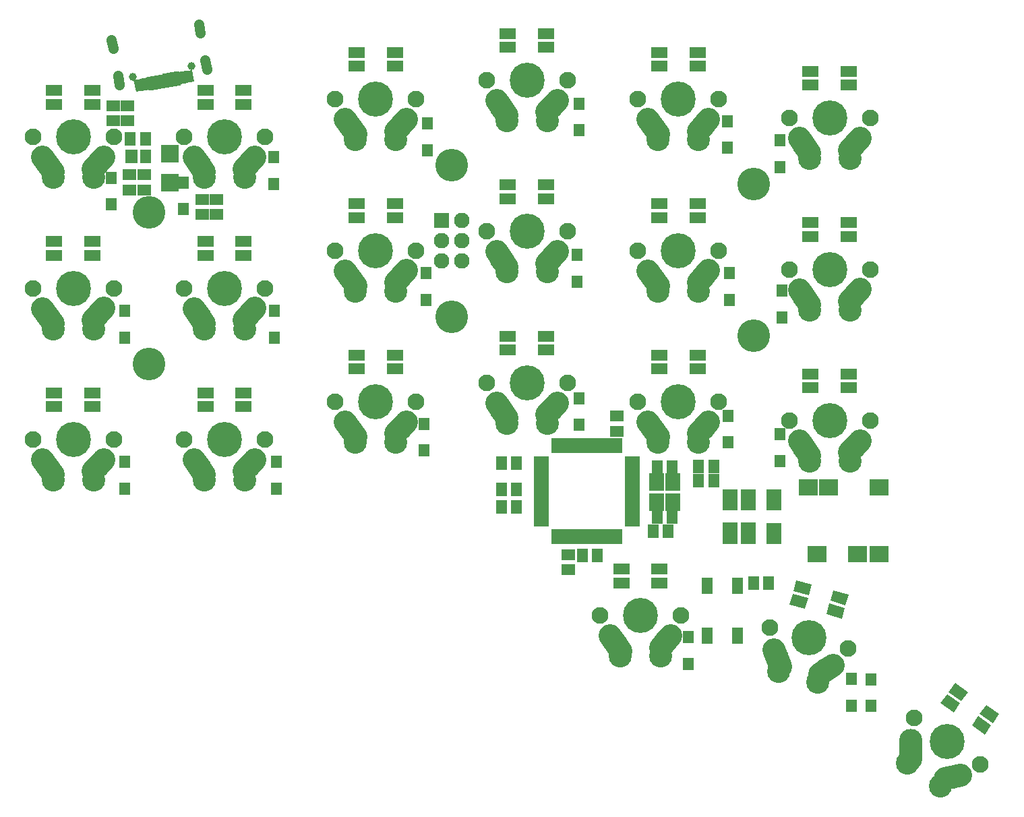
<source format=gts>
G04 #@! TF.GenerationSoftware,KiCad,Pcbnew,(5.0.0)*
G04 #@! TF.CreationDate,2019-01-14T15:32:29+09:00*
G04 #@! TF.ProjectId,kp21,6B7032312E6B696361645F7063620000,rev?*
G04 #@! TF.SameCoordinates,Original*
G04 #@! TF.FileFunction,Soldermask,Top*
G04 #@! TF.FilePolarity,Negative*
%FSLAX46Y46*%
G04 Gerber Fmt 4.6, Leading zero omitted, Abs format (unit mm)*
G04 Created by KiCad (PCBNEW (5.0.0)) date 01/14/19 15:32:29*
%MOMM*%
%LPD*%
G01*
G04 APERTURE LIST*
%ADD10C,2.900000*%
%ADD11C,2.900000*%
%ADD12C,2.100000*%
%ADD13C,4.400000*%
%ADD14O,2.900000X5.200000*%
%ADD15R,0.700000X0.600000*%
%ADD16C,1.300000*%
%ADD17C,1.300000*%
%ADD18C,1.000000*%
%ADD19C,0.100000*%
%ADD20C,0.700000*%
%ADD21C,1.950000*%
%ADD22R,1.950000X1.950000*%
%ADD23R,1.400000X2.100000*%
%ADD24R,1.400000X1.700000*%
%ADD25R,1.700000X1.400000*%
%ADD26R,2.200000X2.200000*%
%ADD27R,1.400000X1.800000*%
%ADD28R,1.600000X1.800000*%
%ADD29R,1.900000X1.400000*%
%ADD30R,2.000000X1.400000*%
%ADD31C,1.400000*%
%ADD32C,4.100000*%
%ADD33R,1.350000X1.500000*%
%ADD34R,2.400000X2.150000*%
%ADD35R,0.950000X1.900000*%
%ADD36R,1.900000X0.950000*%
%ADD37R,1.900000X2.200000*%
G04 APERTURE END LIST*
D10*
G04 #@! TO.C,SW17*
X188660000Y-89020000D03*
D11*
X187990869Y-89763145D02*
X189329131Y-88276855D01*
D10*
X182340000Y-89230000D03*
D11*
X182999613Y-90172025D02*
X181680387Y-88287975D01*
D12*
X180420000Y-85750000D03*
X190580000Y-85750000D03*
D13*
X185500000Y-85750000D03*
D10*
X182960000Y-90830000D03*
X188040000Y-90830000D03*
G04 #@! TD*
G04 #@! TO.C,SW18*
X204091063Y-119383932D03*
D11*
X203252392Y-119928571D02*
X204929734Y-118839293D01*
D10*
X197932060Y-117951040D03*
D11*
X198325383Y-119031687D02*
X197538737Y-116870393D01*
D12*
X196978173Y-114092685D03*
X206791979Y-116722287D03*
D13*
X201885076Y-115407486D03*
D10*
X198116824Y-119656989D03*
X203023727Y-120971790D03*
G04 #@! TD*
G04 #@! TO.C,SW2*
X112660000Y-55770000D03*
D11*
X111990869Y-56513145D02*
X113329131Y-55026855D01*
D10*
X106340000Y-55980000D03*
D11*
X106999613Y-56922025D02*
X105680387Y-55037975D01*
D12*
X104420000Y-52500000D03*
X114580000Y-52500000D03*
D13*
X109500000Y-52500000D03*
D10*
X106960000Y-57580000D03*
X112040000Y-57580000D03*
G04 #@! TD*
G04 #@! TO.C,SW3*
X112660000Y-74770000D03*
D11*
X111990869Y-75513145D02*
X113329131Y-74026855D01*
D10*
X106340000Y-74980000D03*
D11*
X106999613Y-75922025D02*
X105680387Y-74037975D01*
D12*
X104420000Y-71500000D03*
X114580000Y-71500000D03*
D13*
X109500000Y-71500000D03*
D10*
X106960000Y-76580000D03*
X112040000Y-76580000D03*
G04 #@! TD*
G04 #@! TO.C,SW4*
X112660000Y-93770000D03*
D11*
X111990869Y-94513145D02*
X113329131Y-93026855D01*
D10*
X106340000Y-93980000D03*
D11*
X106999613Y-94922025D02*
X105680387Y-93037975D01*
D12*
X104420000Y-90500000D03*
X114580000Y-90500000D03*
D13*
X109500000Y-90500000D03*
D10*
X106960000Y-95580000D03*
X112040000Y-95580000D03*
G04 #@! TD*
G04 #@! TO.C,SW5*
X131660000Y-55770000D03*
D11*
X130990869Y-56513145D02*
X132329131Y-55026855D01*
D10*
X125340000Y-55980000D03*
D11*
X125999613Y-56922025D02*
X124680387Y-55037975D01*
D12*
X123420000Y-52500000D03*
X133580000Y-52500000D03*
D13*
X128500000Y-52500000D03*
D10*
X125960000Y-57580000D03*
X131040000Y-57580000D03*
G04 #@! TD*
G04 #@! TO.C,SW6*
X131660000Y-74770000D03*
D11*
X130990869Y-75513145D02*
X132329131Y-74026855D01*
D10*
X125340000Y-74980000D03*
D11*
X125999613Y-75922025D02*
X124680387Y-74037975D01*
D12*
X123420000Y-71500000D03*
X133580000Y-71500000D03*
D13*
X128500000Y-71500000D03*
D10*
X125960000Y-76580000D03*
X131040000Y-76580000D03*
G04 #@! TD*
G04 #@! TO.C,SW7*
X131660000Y-93770000D03*
D11*
X130990869Y-94513145D02*
X132329131Y-93026855D01*
D10*
X125340000Y-93980000D03*
D11*
X125999613Y-94922025D02*
X124680387Y-93037975D01*
D12*
X123420000Y-90500000D03*
X133580000Y-90500000D03*
D13*
X128500000Y-90500000D03*
D10*
X125960000Y-95580000D03*
X131040000Y-95580000D03*
G04 #@! TD*
G04 #@! TO.C,SW8*
X150660000Y-51020000D03*
D11*
X149990869Y-51763145D02*
X151329131Y-50276855D01*
D10*
X144340000Y-51230000D03*
D11*
X144999613Y-52172025D02*
X143680387Y-50287975D01*
D12*
X142420000Y-47750000D03*
X152580000Y-47750000D03*
D13*
X147500000Y-47750000D03*
D10*
X144960000Y-52830000D03*
X150040000Y-52830000D03*
G04 #@! TD*
G04 #@! TO.C,SW9*
X150660000Y-70020000D03*
D11*
X149990869Y-70763145D02*
X151329131Y-69276855D01*
D10*
X144340000Y-70230000D03*
D11*
X144999613Y-71172025D02*
X143680387Y-69287975D01*
D12*
X142420000Y-66750000D03*
X152580000Y-66750000D03*
D13*
X147500000Y-66750000D03*
D10*
X144960000Y-71830000D03*
X150040000Y-71830000D03*
G04 #@! TD*
G04 #@! TO.C,SW10*
X150660000Y-89020000D03*
D11*
X149990869Y-89763145D02*
X151329131Y-88276855D01*
D10*
X144340000Y-89230000D03*
D11*
X144999613Y-90172025D02*
X143680387Y-88287975D01*
D12*
X142420000Y-85750000D03*
X152580000Y-85750000D03*
D13*
X147500000Y-85750000D03*
D10*
X144960000Y-90830000D03*
X150040000Y-90830000D03*
G04 #@! TD*
G04 #@! TO.C,SW11*
X169660000Y-48645000D03*
D11*
X168990869Y-49388145D02*
X170329131Y-47901855D01*
D10*
X163340000Y-48855000D03*
D11*
X163999613Y-49797025D02*
X162680387Y-47912975D01*
D12*
X161420000Y-45375000D03*
X171580000Y-45375000D03*
D13*
X166500000Y-45375000D03*
D10*
X163960000Y-50455000D03*
X169040000Y-50455000D03*
G04 #@! TD*
G04 #@! TO.C,SW12*
X169660000Y-67645000D03*
D11*
X168990869Y-68388145D02*
X170329131Y-66901855D01*
D10*
X163340000Y-67855000D03*
D11*
X163999613Y-68797025D02*
X162680387Y-66912975D01*
D12*
X161420000Y-64375000D03*
X171580000Y-64375000D03*
D13*
X166500000Y-64375000D03*
D10*
X163960000Y-69455000D03*
X169040000Y-69455000D03*
G04 #@! TD*
G04 #@! TO.C,SW13*
X169660000Y-86645000D03*
D11*
X168990869Y-87388145D02*
X170329131Y-85901855D01*
D10*
X163340000Y-86855000D03*
D11*
X163999613Y-87797025D02*
X162680387Y-85912975D01*
D12*
X161420000Y-83375000D03*
X171580000Y-83375000D03*
D13*
X166500000Y-83375000D03*
D10*
X163960000Y-88455000D03*
X169040000Y-88455000D03*
G04 #@! TD*
G04 #@! TO.C,SW14*
X183910000Y-115895000D03*
D11*
X183240869Y-116638145D02*
X184579131Y-115151855D01*
D10*
X177590000Y-116105000D03*
D11*
X178249613Y-117047025D02*
X176930387Y-115162975D01*
D12*
X175670000Y-112625000D03*
X185830000Y-112625000D03*
D13*
X180750000Y-112625000D03*
D10*
X178210000Y-117705000D03*
X183290000Y-117705000D03*
G04 #@! TD*
G04 #@! TO.C,SW15*
X188660000Y-51020000D03*
D11*
X187990869Y-51763145D02*
X189329131Y-50276855D01*
D10*
X182340000Y-51230000D03*
D11*
X182999613Y-52172025D02*
X181680387Y-50287975D01*
D12*
X180420000Y-47750000D03*
X190580000Y-47750000D03*
D13*
X185500000Y-47750000D03*
D10*
X182960000Y-52830000D03*
X188040000Y-52830000D03*
G04 #@! TD*
G04 #@! TO.C,SW16*
X188660000Y-70020000D03*
D11*
X187990869Y-70763145D02*
X189329131Y-69276855D01*
D10*
X182340000Y-70230000D03*
D11*
X182999613Y-71172025D02*
X181680387Y-69287975D01*
D12*
X180420000Y-66750000D03*
X190580000Y-66750000D03*
D13*
X185500000Y-66750000D03*
D10*
X182960000Y-71830000D03*
X188040000Y-71830000D03*
G04 #@! TD*
G04 #@! TO.C,SW19*
X207660000Y-53395000D03*
D11*
X206990869Y-54138145D02*
X208329131Y-52651855D01*
D10*
X201340000Y-53605000D03*
D11*
X201999613Y-54547025D02*
X200680387Y-52662975D01*
D12*
X199420000Y-50125000D03*
X209580000Y-50125000D03*
D13*
X204500000Y-50125000D03*
D10*
X201960000Y-55205000D03*
X207040000Y-55205000D03*
G04 #@! TD*
G04 #@! TO.C,SW20*
X207660000Y-72395000D03*
D11*
X206990869Y-73138145D02*
X208329131Y-71651855D01*
D10*
X201340000Y-72605000D03*
D11*
X201999613Y-73547025D02*
X200680387Y-71662975D01*
D12*
X199420000Y-69125000D03*
X209580000Y-69125000D03*
D13*
X204500000Y-69125000D03*
D10*
X201960000Y-74205000D03*
X207040000Y-74205000D03*
G04 #@! TD*
G04 #@! TO.C,SW21*
X207660000Y-91395000D03*
D11*
X206990869Y-92138145D02*
X208329131Y-90651855D01*
D10*
X201340000Y-91605000D03*
D11*
X201999613Y-92547025D02*
X200680387Y-90662975D01*
D12*
X199420000Y-88125000D03*
X209580000Y-88125000D03*
D13*
X204500000Y-88125000D03*
D10*
X201960000Y-93205000D03*
X207040000Y-93205000D03*
G04 #@! TD*
G04 #@! TO.C,SW22*
X219965343Y-132886907D03*
D11*
X218990973Y-133111858D02*
X220939713Y-132661956D01*
D14*
X214667851Y-129433926D03*
D12*
X215091125Y-125482010D03*
X223413709Y-131309546D03*
D13*
X219252417Y-128395778D03*
D10*
X214258003Y-131100186D03*
X218419295Y-134013955D03*
G04 #@! TD*
D15*
G04 #@! TO.C,P1*
X119064125Y-45165037D03*
X121526144Y-44730917D03*
X120541337Y-44904565D03*
X122018548Y-44644093D03*
X122510952Y-44557269D03*
X120048933Y-44991389D03*
X119556529Y-45078213D03*
X121033740Y-44817741D03*
X121710187Y-45947440D03*
X119248168Y-46381560D03*
X120725380Y-46121088D03*
X122202591Y-45860616D03*
X120232976Y-46207912D03*
X122694995Y-45773792D03*
X121217784Y-46034264D03*
X119740572Y-46294736D03*
D16*
X125387597Y-38901824D03*
D17*
X125487445Y-39468088D02*
X125287749Y-38335560D01*
D16*
X114406991Y-40838003D03*
D17*
X114506839Y-41404267D02*
X114307143Y-40271739D01*
D16*
X115205773Y-45368118D03*
D17*
X115305621Y-45934382D02*
X115105925Y-44801854D01*
D16*
X126186379Y-43431941D03*
D17*
X126286227Y-43998205D02*
X126086531Y-42865677D01*
D18*
X117732231Y-46019296D03*
D19*
G36*
X118094399Y-45193866D02*
X118354871Y-46671078D01*
X117370063Y-46844726D01*
X117109591Y-45367514D01*
X118094399Y-45193866D01*
X118094399Y-45193866D01*
G37*
D18*
X118470837Y-45889060D03*
D19*
G36*
X118833005Y-45063630D02*
X119093477Y-46540842D01*
X118108669Y-46714490D01*
X117848197Y-45237278D01*
X118833005Y-45063630D01*
X118833005Y-45063630D01*
G37*
D20*
X119160202Y-45767506D03*
D19*
G36*
X119374649Y-44968123D02*
X119635121Y-46445335D01*
X118945755Y-46566889D01*
X118685283Y-45089677D01*
X119374649Y-44968123D01*
X119374649Y-44968123D01*
G37*
D20*
X119652606Y-45680682D03*
D19*
G36*
X119867053Y-44881299D02*
X120127525Y-46358511D01*
X119438159Y-46480065D01*
X119177687Y-45002853D01*
X119867053Y-44881299D01*
X119867053Y-44881299D01*
G37*
D20*
X120145010Y-45593858D03*
D19*
G36*
X120359457Y-44794475D02*
X120619929Y-46271687D01*
X119930563Y-46393241D01*
X119670091Y-44916029D01*
X120359457Y-44794475D01*
X120359457Y-44794475D01*
G37*
D20*
X120637414Y-45507034D03*
D19*
G36*
X120851861Y-44707651D02*
X121112333Y-46184863D01*
X120422967Y-46306417D01*
X120162495Y-44829205D01*
X120851861Y-44707651D01*
X120851861Y-44707651D01*
G37*
D20*
X121129818Y-45420210D03*
D19*
G36*
X121344265Y-44620827D02*
X121604737Y-46098039D01*
X120915371Y-46219593D01*
X120654899Y-44742381D01*
X121344265Y-44620827D01*
X121344265Y-44620827D01*
G37*
D20*
X121622222Y-45333386D03*
D19*
G36*
X121836669Y-44534003D02*
X122097141Y-46011215D01*
X121407775Y-46132769D01*
X121147303Y-44655557D01*
X121836669Y-44534003D01*
X121836669Y-44534003D01*
G37*
D20*
X122114626Y-45246562D03*
D19*
G36*
X122329073Y-44447179D02*
X122589545Y-45924391D01*
X121900179Y-46045945D01*
X121639707Y-44568733D01*
X122329073Y-44447179D01*
X122329073Y-44447179D01*
G37*
D20*
X122607029Y-45159738D03*
D19*
G36*
X122821476Y-44360355D02*
X123081948Y-45837567D01*
X122392582Y-45959121D01*
X122132110Y-44481909D01*
X122821476Y-44360355D01*
X122821476Y-44360355D01*
G37*
D18*
X123296395Y-45038184D03*
D19*
G36*
X123658563Y-44212754D02*
X123919035Y-45689966D01*
X122934227Y-45863614D01*
X122673755Y-44386402D01*
X123658563Y-44212754D01*
X123658563Y-44212754D01*
G37*
D18*
X124035001Y-44907948D03*
D19*
G36*
X124397169Y-44082518D02*
X124657641Y-45559730D01*
X123672833Y-45733378D01*
X123412361Y-44256166D01*
X124397169Y-44082518D01*
X124397169Y-44082518D01*
G37*
D18*
X124368267Y-43630672D03*
X116982209Y-44933033D03*
G04 #@! TD*
D21*
G04 #@! TO.C,J1*
X158270000Y-68040000D03*
X158270000Y-65500000D03*
X155730000Y-68040000D03*
X155730000Y-65500000D03*
X158270000Y-62960000D03*
D22*
X155730000Y-62960000D03*
G04 #@! TD*
D23*
G04 #@! TO.C,SW1*
X192900000Y-115150000D03*
X192900000Y-108850000D03*
X189100000Y-108850000D03*
X189100000Y-115150000D03*
G04 #@! TD*
D24*
G04 #@! TO.C,R6*
X189950000Y-93900000D03*
X188050000Y-93900000D03*
G04 #@! TD*
G04 #@! TO.C,R7*
X189950000Y-95700000D03*
X188050000Y-95700000D03*
G04 #@! TD*
D25*
G04 #@! TO.C,C1*
X171700000Y-104950000D03*
X171700000Y-106850000D03*
G04 #@! TD*
D24*
G04 #@! TO.C,C2*
X184250000Y-102000000D03*
X182350000Y-102000000D03*
G04 #@! TD*
D25*
G04 #@! TO.C,C3*
X177750000Y-87550000D03*
X177750000Y-89450000D03*
G04 #@! TD*
D24*
G04 #@! TO.C,C4*
X163300000Y-93500000D03*
X165200000Y-93500000D03*
G04 #@! TD*
G04 #@! TO.C,C5*
X165200000Y-99000000D03*
X163300000Y-99000000D03*
G04 #@! TD*
G04 #@! TO.C,C6*
X184750000Y-94000000D03*
X182850000Y-94000000D03*
G04 #@! TD*
G04 #@! TO.C,C7*
X182850000Y-100200000D03*
X184750000Y-100200000D03*
G04 #@! TD*
G04 #@! TO.C,C8*
X163300000Y-96750000D03*
X165200000Y-96750000D03*
G04 #@! TD*
G04 #@! TO.C,C9*
X173450000Y-105100000D03*
X175350000Y-105100000D03*
G04 #@! TD*
D25*
G04 #@! TO.C,C10*
X125700000Y-60350000D03*
X125700000Y-62250000D03*
G04 #@! TD*
G04 #@! TO.C,C11*
X127500000Y-60350000D03*
X127500000Y-62250000D03*
G04 #@! TD*
G04 #@! TO.C,R1*
X116300000Y-50450000D03*
X116300000Y-48550000D03*
G04 #@! TD*
G04 #@! TO.C,R2*
X114500000Y-50450000D03*
X114500000Y-48550000D03*
G04 #@! TD*
D24*
G04 #@! TO.C,R3*
X196850000Y-108500000D03*
X194950000Y-108500000D03*
G04 #@! TD*
D25*
G04 #@! TO.C,R4*
X118400000Y-57250000D03*
X118400000Y-59150000D03*
G04 #@! TD*
G04 #@! TO.C,R5*
X116600000Y-57250000D03*
X116600000Y-59150000D03*
G04 #@! TD*
D26*
G04 #@! TO.C,F1*
X121680000Y-54600000D03*
X121680000Y-58200000D03*
G04 #@! TD*
D27*
G04 #@! TO.C,D1*
X116640000Y-52700000D03*
X118560000Y-52700000D03*
X118560000Y-54900000D03*
D28*
X116840000Y-54900000D03*
G04 #@! TD*
D29*
G04 #@! TO.C,JP1*
X194250000Y-98700000D03*
X194250000Y-97400000D03*
G04 #@! TD*
G04 #@! TO.C,JP2*
X192000000Y-98700000D03*
X192000000Y-97400000D03*
G04 #@! TD*
G04 #@! TO.C,JP3*
X197500000Y-97450000D03*
X197500000Y-98750000D03*
G04 #@! TD*
G04 #@! TO.C,JP4*
X197500000Y-102950000D03*
X197500000Y-101650000D03*
G04 #@! TD*
G04 #@! TO.C,JP5*
X194250000Y-102900000D03*
X194250000Y-101600000D03*
G04 #@! TD*
G04 #@! TO.C,JP6*
X192000000Y-101600000D03*
X192000000Y-102900000D03*
G04 #@! TD*
D30*
G04 #@! TO.C,U2*
X107100000Y-46625000D03*
X107100000Y-48375000D03*
X111900000Y-46625000D03*
X111900000Y-48375000D03*
G04 #@! TD*
G04 #@! TO.C,U3*
X111900000Y-67375000D03*
X111900000Y-65625000D03*
X107100000Y-67375000D03*
X107100000Y-65625000D03*
G04 #@! TD*
G04 #@! TO.C,U4*
X107100000Y-84625000D03*
X107100000Y-86375000D03*
X111900000Y-84625000D03*
X111900000Y-86375000D03*
G04 #@! TD*
G04 #@! TO.C,U5*
X126100000Y-46625000D03*
X126100000Y-48375000D03*
X130900000Y-46625000D03*
X130900000Y-48375000D03*
G04 #@! TD*
G04 #@! TO.C,U6*
X130900000Y-67375000D03*
X130900000Y-65625000D03*
X126100000Y-67375000D03*
X126100000Y-65625000D03*
G04 #@! TD*
G04 #@! TO.C,U7*
X126100000Y-84625000D03*
X126100000Y-86375000D03*
X130900000Y-84625000D03*
X130900000Y-86375000D03*
G04 #@! TD*
G04 #@! TO.C,U8*
X145100000Y-41875000D03*
X145100000Y-43625000D03*
X149900000Y-41875000D03*
X149900000Y-43625000D03*
G04 #@! TD*
G04 #@! TO.C,U9*
X149900000Y-62625000D03*
X149900000Y-60875000D03*
X145100000Y-62625000D03*
X145100000Y-60875000D03*
G04 #@! TD*
G04 #@! TO.C,U10*
X145100000Y-79875000D03*
X145100000Y-81625000D03*
X149900000Y-79875000D03*
X149900000Y-81625000D03*
G04 #@! TD*
G04 #@! TO.C,U11*
X164100000Y-39500000D03*
X164100000Y-41250000D03*
X168900000Y-39500000D03*
X168900000Y-41250000D03*
G04 #@! TD*
G04 #@! TO.C,U12*
X168900000Y-60250000D03*
X168900000Y-58500000D03*
X164100000Y-60250000D03*
X164100000Y-58500000D03*
G04 #@! TD*
G04 #@! TO.C,U13*
X164100000Y-77500000D03*
X164100000Y-79250000D03*
X168900000Y-77500000D03*
X168900000Y-79250000D03*
G04 #@! TD*
G04 #@! TO.C,U14*
X183150000Y-108500000D03*
X183150000Y-106750000D03*
X178350000Y-108500000D03*
X178350000Y-106750000D03*
G04 #@! TD*
G04 #@! TO.C,U15*
X183100000Y-41875000D03*
X183100000Y-43625000D03*
X187900000Y-41875000D03*
X187900000Y-43625000D03*
G04 #@! TD*
G04 #@! TO.C,U16*
X187900000Y-62625000D03*
X187900000Y-60875000D03*
X183100000Y-62625000D03*
X183100000Y-60875000D03*
G04 #@! TD*
G04 #@! TO.C,U17*
X183100000Y-79875000D03*
X183100000Y-81625000D03*
X187900000Y-79875000D03*
X187900000Y-81625000D03*
G04 #@! TD*
D31*
G04 #@! TO.C,U18*
X205270927Y-112044207D03*
D19*
G36*
X204123828Y-112461536D02*
X204486175Y-111109240D01*
X206418026Y-111626878D01*
X206055679Y-112979174D01*
X204123828Y-112461536D01*
X204123828Y-112461536D01*
G37*
D31*
X205723860Y-110353837D03*
D19*
G36*
X204576761Y-110771166D02*
X204939108Y-109418870D01*
X206870959Y-109936508D01*
X206508612Y-111288804D01*
X204576761Y-110771166D01*
X204576761Y-110771166D01*
G37*
D31*
X200634483Y-110801876D03*
D19*
G36*
X199487384Y-111219205D02*
X199849731Y-109866909D01*
X201781582Y-110384547D01*
X201419235Y-111736843D01*
X199487384Y-111219205D01*
X199487384Y-111219205D01*
G37*
D31*
X201087416Y-109111506D03*
D19*
G36*
X199940317Y-109528835D02*
X200302664Y-108176539D01*
X202234515Y-108694177D01*
X201872168Y-110046473D01*
X199940317Y-109528835D01*
X199940317Y-109528835D01*
G37*
G04 #@! TD*
D30*
G04 #@! TO.C,U19*
X202100000Y-44250000D03*
X202100000Y-46000000D03*
X206900000Y-44250000D03*
X206900000Y-46000000D03*
G04 #@! TD*
G04 #@! TO.C,U20*
X206900000Y-65000000D03*
X206900000Y-63250000D03*
X202100000Y-65000000D03*
X202100000Y-63250000D03*
G04 #@! TD*
G04 #@! TO.C,U21*
X202100000Y-82250000D03*
X202100000Y-84000000D03*
X206900000Y-82250000D03*
X206900000Y-84000000D03*
G04 #@! TD*
D31*
G04 #@! TO.C,U22*
X223584385Y-126393359D03*
D19*
G36*
X222363729Y-126393189D02*
X223166736Y-125246376D01*
X224805041Y-126393529D01*
X224002034Y-127540342D01*
X222363729Y-126393189D01*
X222363729Y-126393189D01*
G37*
D31*
X224588144Y-124959843D03*
D19*
G36*
X223367488Y-124959673D02*
X224170495Y-123812860D01*
X225808800Y-124960013D01*
X225005793Y-126106826D01*
X223367488Y-124959673D01*
X223367488Y-124959673D01*
G37*
D31*
X219652456Y-123640192D03*
D19*
G36*
X218431800Y-123640022D02*
X219234807Y-122493209D01*
X220873112Y-123640362D01*
X220070105Y-124787175D01*
X218431800Y-123640022D01*
X218431800Y-123640022D01*
G37*
D31*
X220656214Y-122206676D03*
D19*
G36*
X219435558Y-122206506D02*
X220238565Y-121059693D01*
X221876870Y-122206846D01*
X221073863Y-123353659D01*
X219435558Y-122206506D01*
X219435558Y-122206506D01*
G37*
G04 #@! TD*
D32*
G04 #@! TO.C,REF\002A\002A*
X195000000Y-77437500D03*
G04 #@! TD*
G04 #@! TO.C,REF\002A\002A*
X195000000Y-58437500D03*
G04 #@! TD*
G04 #@! TO.C,REF\002A\002A*
X157000000Y-56062500D03*
G04 #@! TD*
G04 #@! TO.C,REF\002A\002A*
X157000000Y-75062500D03*
G04 #@! TD*
G04 #@! TO.C,REF\002A\002A*
X119000000Y-81000000D03*
G04 #@! TD*
D33*
G04 #@! TO.C,D2*
X123300000Y-58225000D03*
X123300000Y-61575000D03*
G04 #@! TD*
G04 #@! TO.C,D3*
X114300000Y-60975000D03*
X114300000Y-57625000D03*
G04 #@! TD*
G04 #@! TO.C,D4*
X116000000Y-77675000D03*
X116000000Y-74325000D03*
G04 #@! TD*
G04 #@! TO.C,D5*
X116000000Y-96675000D03*
X116000000Y-93325000D03*
G04 #@! TD*
G04 #@! TO.C,D6*
X134700000Y-58375000D03*
X134700000Y-55025000D03*
G04 #@! TD*
G04 #@! TO.C,D7*
X134800000Y-77675000D03*
X134800000Y-74325000D03*
G04 #@! TD*
G04 #@! TO.C,D8*
X135000000Y-96675000D03*
X135000000Y-93325000D03*
G04 #@! TD*
G04 #@! TO.C,D9*
X154000000Y-54175000D03*
X154000000Y-50825000D03*
G04 #@! TD*
G04 #@! TO.C,D10*
X153800000Y-69625000D03*
X153800000Y-72975000D03*
G04 #@! TD*
G04 #@! TO.C,D11*
X153600000Y-88525000D03*
X153600000Y-91875000D03*
G04 #@! TD*
G04 #@! TO.C,D12*
X173000000Y-48325000D03*
X173000000Y-51675000D03*
G04 #@! TD*
G04 #@! TO.C,D13*
X172750000Y-67325000D03*
X172750000Y-70675000D03*
G04 #@! TD*
G04 #@! TO.C,D14*
X173000000Y-85325000D03*
X173000000Y-88675000D03*
G04 #@! TD*
G04 #@! TO.C,D15*
X186750000Y-118675000D03*
X186750000Y-115325000D03*
G04 #@! TD*
G04 #@! TO.C,D16*
X191700000Y-53875000D03*
X191700000Y-50525000D03*
G04 #@! TD*
G04 #@! TO.C,D17*
X191900000Y-69625000D03*
X191900000Y-72975000D03*
G04 #@! TD*
G04 #@! TO.C,D18*
X191750000Y-87525000D03*
X191750000Y-90875000D03*
G04 #@! TD*
G04 #@! TO.C,D19*
X207250000Y-120575000D03*
X207250000Y-123925000D03*
G04 #@! TD*
G04 #@! TO.C,D20*
X198300000Y-52925000D03*
X198300000Y-56275000D03*
G04 #@! TD*
G04 #@! TO.C,D21*
X198500000Y-75175000D03*
X198500000Y-71825000D03*
G04 #@! TD*
G04 #@! TO.C,D22*
X198250000Y-89825000D03*
X198250000Y-93175000D03*
G04 #@! TD*
G04 #@! TO.C,D23*
X209700000Y-123975000D03*
X209700000Y-120625000D03*
G04 #@! TD*
D34*
G04 #@! TO.C,J2*
X210750000Y-104850000D03*
X204400000Y-96500000D03*
X208000000Y-104850000D03*
X210750000Y-96500000D03*
X201800000Y-96500000D03*
X202950000Y-104850000D03*
G04 #@! TD*
D35*
G04 #@! TO.C,U1*
X178000000Y-102700000D03*
X177200000Y-102700000D03*
X176400000Y-102700000D03*
X175600000Y-102700000D03*
X174800000Y-102700000D03*
X174000000Y-102700000D03*
X173200000Y-102700000D03*
X172400000Y-102700000D03*
X171600000Y-102700000D03*
X170800000Y-102700000D03*
D36*
X168300000Y-101000000D03*
X168300000Y-100200000D03*
X168300000Y-99400000D03*
X168300000Y-98600000D03*
X168300000Y-97800000D03*
X168300000Y-97000000D03*
X168300000Y-96200000D03*
X168300000Y-95400000D03*
X168300000Y-94600000D03*
X168300000Y-93800000D03*
X168300000Y-93000000D03*
D35*
X170000000Y-91300000D03*
X170800000Y-91300000D03*
X171600000Y-91300000D03*
X172400000Y-91300000D03*
X173200000Y-91300000D03*
X174000000Y-91300000D03*
X174800000Y-91300000D03*
X175600000Y-91300000D03*
X176400000Y-91300000D03*
X177200000Y-91300000D03*
X178000000Y-91300000D03*
D36*
X179700000Y-93000000D03*
X179700000Y-93800000D03*
X179700000Y-94600000D03*
X179700000Y-95400000D03*
X179700000Y-96200000D03*
X179700000Y-97000000D03*
X179700000Y-97800000D03*
X179700000Y-98600000D03*
X179700000Y-99400000D03*
X179700000Y-100200000D03*
X179700000Y-101000000D03*
D35*
X170000000Y-102700000D03*
G04 #@! TD*
D37*
G04 #@! TO.C,Y1*
X184800000Y-95800000D03*
X182800000Y-95800000D03*
X184800000Y-98400000D03*
X182800000Y-98400000D03*
G04 #@! TD*
D32*
G04 #@! TO.C,REF\002A\002A*
X119000000Y-62000000D03*
G04 #@! TD*
M02*

</source>
